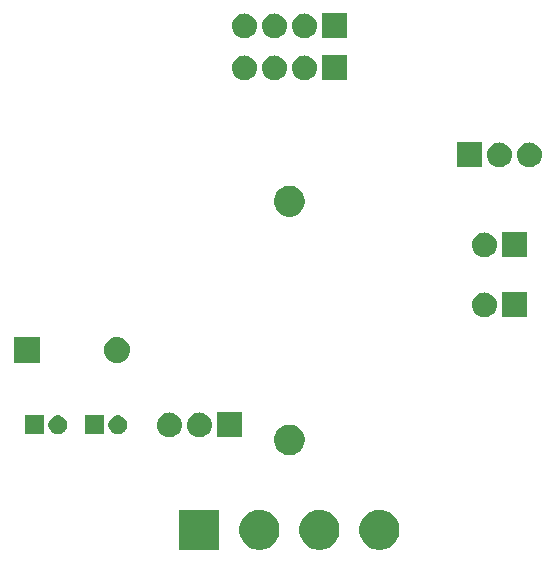
<source format=gbr>
G04 #@! TF.GenerationSoftware,KiCad,Pcbnew,(5.0.2)-1*
G04 #@! TF.CreationDate,2019-02-05T11:41:40+01:00*
G04 #@! TF.ProjectId,SensorPCB_V1.2,53656e73-6f72-4504-9342-5f56312e322e,rev?*
G04 #@! TF.SameCoordinates,Original*
G04 #@! TF.FileFunction,Soldermask,Bot*
G04 #@! TF.FilePolarity,Negative*
%FSLAX46Y46*%
G04 Gerber Fmt 4.6, Leading zero omitted, Abs format (unit mm)*
G04 Created by KiCad (PCBNEW (5.0.2)-1) date 05/02/2019 11:41:40*
%MOMM*%
%LPD*%
G01*
G04 APERTURE LIST*
%ADD10C,0.100000*%
G04 APERTURE END LIST*
D10*
G36*
X46106393Y-56763553D02*
X46215872Y-56785330D01*
X46525252Y-56913479D01*
X46803687Y-57099523D01*
X47040477Y-57336313D01*
X47226521Y-57614748D01*
X47354670Y-57924128D01*
X47420000Y-58252565D01*
X47420000Y-58587435D01*
X47354670Y-58915872D01*
X47226521Y-59225252D01*
X47040477Y-59503687D01*
X46803687Y-59740477D01*
X46525252Y-59926521D01*
X46215872Y-60054670D01*
X46106393Y-60076447D01*
X45887437Y-60120000D01*
X45552563Y-60120000D01*
X45333607Y-60076447D01*
X45224128Y-60054670D01*
X44914748Y-59926521D01*
X44636313Y-59740477D01*
X44399523Y-59503687D01*
X44213479Y-59225252D01*
X44085330Y-58915872D01*
X44020000Y-58587435D01*
X44020000Y-58252565D01*
X44085330Y-57924128D01*
X44213479Y-57614748D01*
X44399523Y-57336313D01*
X44636313Y-57099523D01*
X44914748Y-56913479D01*
X45224128Y-56785330D01*
X45333607Y-56763553D01*
X45552563Y-56720000D01*
X45887437Y-56720000D01*
X46106393Y-56763553D01*
X46106393Y-56763553D01*
G37*
G36*
X32180000Y-60120000D02*
X28780000Y-60120000D01*
X28780000Y-56720000D01*
X32180000Y-56720000D01*
X32180000Y-60120000D01*
X32180000Y-60120000D01*
G37*
G36*
X35946393Y-56763553D02*
X36055872Y-56785330D01*
X36365252Y-56913479D01*
X36643687Y-57099523D01*
X36880477Y-57336313D01*
X37066521Y-57614748D01*
X37194670Y-57924128D01*
X37260000Y-58252565D01*
X37260000Y-58587435D01*
X37194670Y-58915872D01*
X37066521Y-59225252D01*
X36880477Y-59503687D01*
X36643687Y-59740477D01*
X36365252Y-59926521D01*
X36055872Y-60054670D01*
X35946393Y-60076447D01*
X35727437Y-60120000D01*
X35392563Y-60120000D01*
X35173607Y-60076447D01*
X35064128Y-60054670D01*
X34754748Y-59926521D01*
X34476313Y-59740477D01*
X34239523Y-59503687D01*
X34053479Y-59225252D01*
X33925330Y-58915872D01*
X33860000Y-58587435D01*
X33860000Y-58252565D01*
X33925330Y-57924128D01*
X34053479Y-57614748D01*
X34239523Y-57336313D01*
X34476313Y-57099523D01*
X34754748Y-56913479D01*
X35064128Y-56785330D01*
X35173607Y-56763553D01*
X35392563Y-56720000D01*
X35727437Y-56720000D01*
X35946393Y-56763553D01*
X35946393Y-56763553D01*
G37*
G36*
X41026393Y-56763553D02*
X41135872Y-56785330D01*
X41445252Y-56913479D01*
X41723687Y-57099523D01*
X41960477Y-57336313D01*
X42146521Y-57614748D01*
X42274670Y-57924128D01*
X42340000Y-58252565D01*
X42340000Y-58587435D01*
X42274670Y-58915872D01*
X42146521Y-59225252D01*
X41960477Y-59503687D01*
X41723687Y-59740477D01*
X41445252Y-59926521D01*
X41135872Y-60054670D01*
X41026393Y-60076447D01*
X40807437Y-60120000D01*
X40472563Y-60120000D01*
X40253607Y-60076447D01*
X40144128Y-60054670D01*
X39834748Y-59926521D01*
X39556313Y-59740477D01*
X39319523Y-59503687D01*
X39133479Y-59225252D01*
X39005330Y-58915872D01*
X38940000Y-58587435D01*
X38940000Y-58252565D01*
X39005330Y-57924128D01*
X39133479Y-57614748D01*
X39319523Y-57336313D01*
X39556313Y-57099523D01*
X39834748Y-56913479D01*
X40144128Y-56785330D01*
X40253607Y-56763553D01*
X40472563Y-56720000D01*
X40807437Y-56720000D01*
X41026393Y-56763553D01*
X41026393Y-56763553D01*
G37*
G36*
X38479196Y-49549958D02*
X38715780Y-49647954D01*
X38928705Y-49790226D01*
X39109774Y-49971295D01*
X39252046Y-50184220D01*
X39350042Y-50420804D01*
X39400000Y-50671960D01*
X39400000Y-50928040D01*
X39350042Y-51179196D01*
X39252046Y-51415780D01*
X39109774Y-51628705D01*
X38928705Y-51809774D01*
X38715780Y-51952046D01*
X38479196Y-52050042D01*
X38228040Y-52100000D01*
X37971960Y-52100000D01*
X37720804Y-52050042D01*
X37484220Y-51952046D01*
X37271295Y-51809774D01*
X37090226Y-51628705D01*
X36947954Y-51415780D01*
X36849958Y-51179196D01*
X36800000Y-50928040D01*
X36800000Y-50671960D01*
X36849958Y-50420804D01*
X36947954Y-50184220D01*
X37090226Y-49971295D01*
X37271295Y-49790226D01*
X37484220Y-49647954D01*
X37720804Y-49549958D01*
X37971960Y-49500000D01*
X38228040Y-49500000D01*
X38479196Y-49549958D01*
X38479196Y-49549958D01*
G37*
G36*
X30608707Y-48487597D02*
X30685836Y-48495193D01*
X30817787Y-48535220D01*
X30883763Y-48555233D01*
X31066172Y-48652733D01*
X31226054Y-48783946D01*
X31357267Y-48943828D01*
X31454767Y-49126237D01*
X31474780Y-49192213D01*
X31514807Y-49324164D01*
X31535080Y-49530000D01*
X31514807Y-49735836D01*
X31498308Y-49790226D01*
X31454767Y-49933763D01*
X31357267Y-50116172D01*
X31226054Y-50276054D01*
X31066172Y-50407267D01*
X30883763Y-50504767D01*
X30817787Y-50524780D01*
X30685836Y-50564807D01*
X30608707Y-50572404D01*
X30531580Y-50580000D01*
X30428420Y-50580000D01*
X30351293Y-50572404D01*
X30274164Y-50564807D01*
X30142213Y-50524780D01*
X30076237Y-50504767D01*
X29893828Y-50407267D01*
X29733946Y-50276054D01*
X29602733Y-50116172D01*
X29505233Y-49933763D01*
X29461692Y-49790226D01*
X29445193Y-49735836D01*
X29424920Y-49530000D01*
X29445193Y-49324164D01*
X29485220Y-49192213D01*
X29505233Y-49126237D01*
X29602733Y-48943828D01*
X29733946Y-48783946D01*
X29893828Y-48652733D01*
X30076237Y-48555233D01*
X30142213Y-48535220D01*
X30274164Y-48495193D01*
X30351293Y-48487597D01*
X30428420Y-48480000D01*
X30531580Y-48480000D01*
X30608707Y-48487597D01*
X30608707Y-48487597D01*
G37*
G36*
X28068707Y-48487597D02*
X28145836Y-48495193D01*
X28277787Y-48535220D01*
X28343763Y-48555233D01*
X28526172Y-48652733D01*
X28686054Y-48783946D01*
X28817267Y-48943828D01*
X28914767Y-49126237D01*
X28934780Y-49192213D01*
X28974807Y-49324164D01*
X28995080Y-49530000D01*
X28974807Y-49735836D01*
X28958308Y-49790226D01*
X28914767Y-49933763D01*
X28817267Y-50116172D01*
X28686054Y-50276054D01*
X28526172Y-50407267D01*
X28343763Y-50504767D01*
X28277787Y-50524780D01*
X28145836Y-50564807D01*
X28068707Y-50572404D01*
X27991580Y-50580000D01*
X27888420Y-50580000D01*
X27811293Y-50572404D01*
X27734164Y-50564807D01*
X27602213Y-50524780D01*
X27536237Y-50504767D01*
X27353828Y-50407267D01*
X27193946Y-50276054D01*
X27062733Y-50116172D01*
X26965233Y-49933763D01*
X26921692Y-49790226D01*
X26905193Y-49735836D01*
X26884920Y-49530000D01*
X26905193Y-49324164D01*
X26945220Y-49192213D01*
X26965233Y-49126237D01*
X27062733Y-48943828D01*
X27193946Y-48783946D01*
X27353828Y-48652733D01*
X27536237Y-48555233D01*
X27602213Y-48535220D01*
X27734164Y-48495193D01*
X27811293Y-48487597D01*
X27888420Y-48480000D01*
X27991580Y-48480000D01*
X28068707Y-48487597D01*
X28068707Y-48487597D01*
G37*
G36*
X34070000Y-50580000D02*
X31970000Y-50580000D01*
X31970000Y-48480000D01*
X34070000Y-48480000D01*
X34070000Y-50580000D01*
X34070000Y-50580000D01*
G37*
G36*
X18743352Y-48760743D02*
X18888941Y-48821048D01*
X19019973Y-48908601D01*
X19131399Y-49020027D01*
X19218952Y-49151059D01*
X19279257Y-49296648D01*
X19310000Y-49451205D01*
X19310000Y-49608795D01*
X19279257Y-49763352D01*
X19218952Y-49908941D01*
X19131399Y-50039973D01*
X19019973Y-50151399D01*
X18888941Y-50238952D01*
X18743352Y-50299257D01*
X18588795Y-50330000D01*
X18431205Y-50330000D01*
X18276648Y-50299257D01*
X18131059Y-50238952D01*
X18000027Y-50151399D01*
X17888601Y-50039973D01*
X17801048Y-49908941D01*
X17740743Y-49763352D01*
X17710000Y-49608795D01*
X17710000Y-49451205D01*
X17740743Y-49296648D01*
X17801048Y-49151059D01*
X17888601Y-49020027D01*
X18000027Y-48908601D01*
X18131059Y-48821048D01*
X18276648Y-48760743D01*
X18431205Y-48730000D01*
X18588795Y-48730000D01*
X18743352Y-48760743D01*
X18743352Y-48760743D01*
G37*
G36*
X17310000Y-50330000D02*
X15710000Y-50330000D01*
X15710000Y-48730000D01*
X17310000Y-48730000D01*
X17310000Y-50330000D01*
X17310000Y-50330000D01*
G37*
G36*
X23823352Y-48760743D02*
X23968941Y-48821048D01*
X24099973Y-48908601D01*
X24211399Y-49020027D01*
X24298952Y-49151059D01*
X24359257Y-49296648D01*
X24390000Y-49451205D01*
X24390000Y-49608795D01*
X24359257Y-49763352D01*
X24298952Y-49908941D01*
X24211399Y-50039973D01*
X24099973Y-50151399D01*
X23968941Y-50238952D01*
X23823352Y-50299257D01*
X23668795Y-50330000D01*
X23511205Y-50330000D01*
X23356648Y-50299257D01*
X23211059Y-50238952D01*
X23080027Y-50151399D01*
X22968601Y-50039973D01*
X22881048Y-49908941D01*
X22820743Y-49763352D01*
X22790000Y-49608795D01*
X22790000Y-49451205D01*
X22820743Y-49296648D01*
X22881048Y-49151059D01*
X22968601Y-49020027D01*
X23080027Y-48908601D01*
X23211059Y-48821048D01*
X23356648Y-48760743D01*
X23511205Y-48730000D01*
X23668795Y-48730000D01*
X23823352Y-48760743D01*
X23823352Y-48760743D01*
G37*
G36*
X22390000Y-50330000D02*
X20790000Y-50330000D01*
X20790000Y-48730000D01*
X22390000Y-48730000D01*
X22390000Y-50330000D01*
X22390000Y-50330000D01*
G37*
G36*
X23710639Y-42095916D02*
X23917986Y-42158815D01*
X23917988Y-42158816D01*
X24109084Y-42260958D01*
X24276581Y-42398419D01*
X24414042Y-42565916D01*
X24516184Y-42757012D01*
X24579084Y-42964362D01*
X24600322Y-43180000D01*
X24579084Y-43395638D01*
X24516184Y-43602988D01*
X24414042Y-43794084D01*
X24276581Y-43961581D01*
X24109084Y-44099042D01*
X23917988Y-44201184D01*
X23917986Y-44201185D01*
X23710639Y-44264084D01*
X23549038Y-44280000D01*
X23440962Y-44280000D01*
X23279361Y-44264084D01*
X23072014Y-44201185D01*
X23072012Y-44201184D01*
X22880916Y-44099042D01*
X22713419Y-43961581D01*
X22575958Y-43794084D01*
X22473816Y-43602988D01*
X22410916Y-43395638D01*
X22389678Y-43180000D01*
X22410916Y-42964362D01*
X22473816Y-42757012D01*
X22575958Y-42565916D01*
X22713419Y-42398419D01*
X22880916Y-42260958D01*
X23072012Y-42158816D01*
X23072014Y-42158815D01*
X23279361Y-42095916D01*
X23440962Y-42080000D01*
X23549038Y-42080000D01*
X23710639Y-42095916D01*
X23710639Y-42095916D01*
G37*
G36*
X16975000Y-44280000D02*
X14775000Y-44280000D01*
X14775000Y-42080000D01*
X16975000Y-42080000D01*
X16975000Y-44280000D01*
X16975000Y-44280000D01*
G37*
G36*
X58200000Y-40420000D02*
X56100000Y-40420000D01*
X56100000Y-38320000D01*
X58200000Y-38320000D01*
X58200000Y-40420000D01*
X58200000Y-40420000D01*
G37*
G36*
X54738707Y-38327597D02*
X54815836Y-38335193D01*
X54947787Y-38375220D01*
X55013763Y-38395233D01*
X55196172Y-38492733D01*
X55356054Y-38623946D01*
X55487267Y-38783828D01*
X55584767Y-38966237D01*
X55584767Y-38966238D01*
X55644807Y-39164164D01*
X55665080Y-39370000D01*
X55644807Y-39575836D01*
X55604780Y-39707787D01*
X55584767Y-39773763D01*
X55487267Y-39956172D01*
X55356054Y-40116054D01*
X55196172Y-40247267D01*
X55013763Y-40344767D01*
X54947787Y-40364780D01*
X54815836Y-40404807D01*
X54738707Y-40412404D01*
X54661580Y-40420000D01*
X54558420Y-40420000D01*
X54481293Y-40412404D01*
X54404164Y-40404807D01*
X54272213Y-40364780D01*
X54206237Y-40344767D01*
X54023828Y-40247267D01*
X53863946Y-40116054D01*
X53732733Y-39956172D01*
X53635233Y-39773763D01*
X53615220Y-39707787D01*
X53575193Y-39575836D01*
X53554920Y-39370000D01*
X53575193Y-39164164D01*
X53635233Y-38966238D01*
X53635233Y-38966237D01*
X53732733Y-38783828D01*
X53863946Y-38623946D01*
X54023828Y-38492733D01*
X54206237Y-38395233D01*
X54272213Y-38375220D01*
X54404164Y-38335193D01*
X54481293Y-38327597D01*
X54558420Y-38320000D01*
X54661580Y-38320000D01*
X54738707Y-38327597D01*
X54738707Y-38327597D01*
G37*
G36*
X58200000Y-35340000D02*
X56100000Y-35340000D01*
X56100000Y-33240000D01*
X58200000Y-33240000D01*
X58200000Y-35340000D01*
X58200000Y-35340000D01*
G37*
G36*
X54738707Y-33247597D02*
X54815836Y-33255193D01*
X54947787Y-33295220D01*
X55013763Y-33315233D01*
X55196172Y-33412733D01*
X55356054Y-33543946D01*
X55487267Y-33703828D01*
X55584767Y-33886237D01*
X55584767Y-33886238D01*
X55644807Y-34084164D01*
X55665080Y-34290000D01*
X55644807Y-34495836D01*
X55604780Y-34627787D01*
X55584767Y-34693763D01*
X55487267Y-34876172D01*
X55356054Y-35036054D01*
X55196172Y-35167267D01*
X55013763Y-35264767D01*
X54947787Y-35284780D01*
X54815836Y-35324807D01*
X54738707Y-35332403D01*
X54661580Y-35340000D01*
X54558420Y-35340000D01*
X54481293Y-35332403D01*
X54404164Y-35324807D01*
X54272213Y-35284780D01*
X54206237Y-35264767D01*
X54023828Y-35167267D01*
X53863946Y-35036054D01*
X53732733Y-34876172D01*
X53635233Y-34693763D01*
X53615220Y-34627787D01*
X53575193Y-34495836D01*
X53554920Y-34290000D01*
X53575193Y-34084164D01*
X53635233Y-33886238D01*
X53635233Y-33886237D01*
X53732733Y-33703828D01*
X53863946Y-33543946D01*
X54023828Y-33412733D01*
X54206237Y-33315233D01*
X54272213Y-33295220D01*
X54404164Y-33255193D01*
X54481293Y-33247597D01*
X54558420Y-33240000D01*
X54661580Y-33240000D01*
X54738707Y-33247597D01*
X54738707Y-33247597D01*
G37*
G36*
X38479196Y-29337958D02*
X38715780Y-29435954D01*
X38928705Y-29578226D01*
X39109774Y-29759295D01*
X39252046Y-29972220D01*
X39350042Y-30208804D01*
X39400000Y-30459960D01*
X39400000Y-30716040D01*
X39350042Y-30967196D01*
X39252046Y-31203780D01*
X39109774Y-31416705D01*
X38928705Y-31597774D01*
X38715780Y-31740046D01*
X38479196Y-31838042D01*
X38228040Y-31888000D01*
X37971960Y-31888000D01*
X37720804Y-31838042D01*
X37484220Y-31740046D01*
X37271295Y-31597774D01*
X37090226Y-31416705D01*
X36947954Y-31203780D01*
X36849958Y-30967196D01*
X36800000Y-30716040D01*
X36800000Y-30459960D01*
X36849958Y-30208804D01*
X36947954Y-29972220D01*
X37090226Y-29759295D01*
X37271295Y-29578226D01*
X37484220Y-29435954D01*
X37720804Y-29337958D01*
X37971960Y-29288000D01*
X38228040Y-29288000D01*
X38479196Y-29337958D01*
X38479196Y-29337958D01*
G37*
G36*
X58548707Y-25627597D02*
X58625836Y-25635193D01*
X58757787Y-25675220D01*
X58823763Y-25695233D01*
X59006172Y-25792733D01*
X59166054Y-25923946D01*
X59297267Y-26083828D01*
X59394767Y-26266237D01*
X59394767Y-26266238D01*
X59454807Y-26464164D01*
X59475080Y-26670000D01*
X59454807Y-26875836D01*
X59414780Y-27007787D01*
X59394767Y-27073763D01*
X59297267Y-27256172D01*
X59166054Y-27416054D01*
X59006172Y-27547267D01*
X58823763Y-27644767D01*
X58757787Y-27664780D01*
X58625836Y-27704807D01*
X58548707Y-27712404D01*
X58471580Y-27720000D01*
X58368420Y-27720000D01*
X58291293Y-27712404D01*
X58214164Y-27704807D01*
X58082213Y-27664780D01*
X58016237Y-27644767D01*
X57833828Y-27547267D01*
X57673946Y-27416054D01*
X57542733Y-27256172D01*
X57445233Y-27073763D01*
X57425220Y-27007787D01*
X57385193Y-26875836D01*
X57364920Y-26670000D01*
X57385193Y-26464164D01*
X57445233Y-26266238D01*
X57445233Y-26266237D01*
X57542733Y-26083828D01*
X57673946Y-25923946D01*
X57833828Y-25792733D01*
X58016237Y-25695233D01*
X58082213Y-25675220D01*
X58214164Y-25635193D01*
X58291293Y-25627596D01*
X58368420Y-25620000D01*
X58471580Y-25620000D01*
X58548707Y-25627597D01*
X58548707Y-25627597D01*
G37*
G36*
X56008707Y-25627597D02*
X56085836Y-25635193D01*
X56217787Y-25675220D01*
X56283763Y-25695233D01*
X56466172Y-25792733D01*
X56626054Y-25923946D01*
X56757267Y-26083828D01*
X56854767Y-26266237D01*
X56854767Y-26266238D01*
X56914807Y-26464164D01*
X56935080Y-26670000D01*
X56914807Y-26875836D01*
X56874780Y-27007787D01*
X56854767Y-27073763D01*
X56757267Y-27256172D01*
X56626054Y-27416054D01*
X56466172Y-27547267D01*
X56283763Y-27644767D01*
X56217787Y-27664780D01*
X56085836Y-27704807D01*
X56008707Y-27712404D01*
X55931580Y-27720000D01*
X55828420Y-27720000D01*
X55751293Y-27712404D01*
X55674164Y-27704807D01*
X55542213Y-27664780D01*
X55476237Y-27644767D01*
X55293828Y-27547267D01*
X55133946Y-27416054D01*
X55002733Y-27256172D01*
X54905233Y-27073763D01*
X54885220Y-27007787D01*
X54845193Y-26875836D01*
X54824920Y-26670000D01*
X54845193Y-26464164D01*
X54905233Y-26266238D01*
X54905233Y-26266237D01*
X55002733Y-26083828D01*
X55133946Y-25923946D01*
X55293828Y-25792733D01*
X55476237Y-25695233D01*
X55542213Y-25675220D01*
X55674164Y-25635193D01*
X55751293Y-25627596D01*
X55828420Y-25620000D01*
X55931580Y-25620000D01*
X56008707Y-25627597D01*
X56008707Y-25627597D01*
G37*
G36*
X54390000Y-27720000D02*
X52290000Y-27720000D01*
X52290000Y-25620000D01*
X54390000Y-25620000D01*
X54390000Y-27720000D01*
X54390000Y-27720000D01*
G37*
G36*
X42960000Y-20354000D02*
X40860000Y-20354000D01*
X40860000Y-18254000D01*
X42960000Y-18254000D01*
X42960000Y-20354000D01*
X42960000Y-20354000D01*
G37*
G36*
X34418707Y-18261597D02*
X34495836Y-18269193D01*
X34627787Y-18309220D01*
X34693763Y-18329233D01*
X34876172Y-18426733D01*
X35036054Y-18557946D01*
X35167267Y-18717828D01*
X35264767Y-18900237D01*
X35264767Y-18900238D01*
X35324807Y-19098164D01*
X35345080Y-19304000D01*
X35324807Y-19509836D01*
X35284780Y-19641787D01*
X35264767Y-19707763D01*
X35167267Y-19890172D01*
X35036054Y-20050054D01*
X34876172Y-20181267D01*
X34693763Y-20278767D01*
X34627787Y-20298780D01*
X34495836Y-20338807D01*
X34418707Y-20346404D01*
X34341580Y-20354000D01*
X34238420Y-20354000D01*
X34161293Y-20346404D01*
X34084164Y-20338807D01*
X33952213Y-20298780D01*
X33886237Y-20278767D01*
X33703828Y-20181267D01*
X33543946Y-20050054D01*
X33412733Y-19890172D01*
X33315233Y-19707763D01*
X33295220Y-19641787D01*
X33255193Y-19509836D01*
X33234920Y-19304000D01*
X33255193Y-19098164D01*
X33315233Y-18900238D01*
X33315233Y-18900237D01*
X33412733Y-18717828D01*
X33543946Y-18557946D01*
X33703828Y-18426733D01*
X33886237Y-18329233D01*
X33952213Y-18309220D01*
X34084164Y-18269193D01*
X34161293Y-18261597D01*
X34238420Y-18254000D01*
X34341580Y-18254000D01*
X34418707Y-18261597D01*
X34418707Y-18261597D01*
G37*
G36*
X36958707Y-18261597D02*
X37035836Y-18269193D01*
X37167787Y-18309220D01*
X37233763Y-18329233D01*
X37416172Y-18426733D01*
X37576054Y-18557946D01*
X37707267Y-18717828D01*
X37804767Y-18900237D01*
X37804767Y-18900238D01*
X37864807Y-19098164D01*
X37885080Y-19304000D01*
X37864807Y-19509836D01*
X37824780Y-19641787D01*
X37804767Y-19707763D01*
X37707267Y-19890172D01*
X37576054Y-20050054D01*
X37416172Y-20181267D01*
X37233763Y-20278767D01*
X37167787Y-20298780D01*
X37035836Y-20338807D01*
X36958707Y-20346404D01*
X36881580Y-20354000D01*
X36778420Y-20354000D01*
X36701293Y-20346404D01*
X36624164Y-20338807D01*
X36492213Y-20298780D01*
X36426237Y-20278767D01*
X36243828Y-20181267D01*
X36083946Y-20050054D01*
X35952733Y-19890172D01*
X35855233Y-19707763D01*
X35835220Y-19641787D01*
X35795193Y-19509836D01*
X35774920Y-19304000D01*
X35795193Y-19098164D01*
X35855233Y-18900238D01*
X35855233Y-18900237D01*
X35952733Y-18717828D01*
X36083946Y-18557946D01*
X36243828Y-18426733D01*
X36426237Y-18329233D01*
X36492213Y-18309220D01*
X36624164Y-18269193D01*
X36701293Y-18261597D01*
X36778420Y-18254000D01*
X36881580Y-18254000D01*
X36958707Y-18261597D01*
X36958707Y-18261597D01*
G37*
G36*
X39498707Y-18261597D02*
X39575836Y-18269193D01*
X39707787Y-18309220D01*
X39773763Y-18329233D01*
X39956172Y-18426733D01*
X40116054Y-18557946D01*
X40247267Y-18717828D01*
X40344767Y-18900237D01*
X40344767Y-18900238D01*
X40404807Y-19098164D01*
X40425080Y-19304000D01*
X40404807Y-19509836D01*
X40364780Y-19641787D01*
X40344767Y-19707763D01*
X40247267Y-19890172D01*
X40116054Y-20050054D01*
X39956172Y-20181267D01*
X39773763Y-20278767D01*
X39707787Y-20298780D01*
X39575836Y-20338807D01*
X39498707Y-20346404D01*
X39421580Y-20354000D01*
X39318420Y-20354000D01*
X39241293Y-20346404D01*
X39164164Y-20338807D01*
X39032213Y-20298780D01*
X38966237Y-20278767D01*
X38783828Y-20181267D01*
X38623946Y-20050054D01*
X38492733Y-19890172D01*
X38395233Y-19707763D01*
X38375220Y-19641787D01*
X38335193Y-19509836D01*
X38314920Y-19304000D01*
X38335193Y-19098164D01*
X38395233Y-18900238D01*
X38395233Y-18900237D01*
X38492733Y-18717828D01*
X38623946Y-18557946D01*
X38783828Y-18426733D01*
X38966237Y-18329233D01*
X39032213Y-18309220D01*
X39164164Y-18269193D01*
X39241293Y-18261597D01*
X39318420Y-18254000D01*
X39421580Y-18254000D01*
X39498707Y-18261597D01*
X39498707Y-18261597D01*
G37*
G36*
X34418707Y-14705596D02*
X34495836Y-14713193D01*
X34627787Y-14753220D01*
X34693763Y-14773233D01*
X34876172Y-14870733D01*
X35036054Y-15001946D01*
X35167267Y-15161828D01*
X35264767Y-15344237D01*
X35264767Y-15344238D01*
X35324807Y-15542164D01*
X35345080Y-15748000D01*
X35324807Y-15953836D01*
X35284780Y-16085787D01*
X35264767Y-16151763D01*
X35167267Y-16334172D01*
X35036054Y-16494054D01*
X34876172Y-16625267D01*
X34693763Y-16722767D01*
X34627787Y-16742780D01*
X34495836Y-16782807D01*
X34418707Y-16790404D01*
X34341580Y-16798000D01*
X34238420Y-16798000D01*
X34161293Y-16790404D01*
X34084164Y-16782807D01*
X33952213Y-16742780D01*
X33886237Y-16722767D01*
X33703828Y-16625267D01*
X33543946Y-16494054D01*
X33412733Y-16334172D01*
X33315233Y-16151763D01*
X33295220Y-16085787D01*
X33255193Y-15953836D01*
X33234920Y-15748000D01*
X33255193Y-15542164D01*
X33315233Y-15344238D01*
X33315233Y-15344237D01*
X33412733Y-15161828D01*
X33543946Y-15001946D01*
X33703828Y-14870733D01*
X33886237Y-14773233D01*
X33952213Y-14753220D01*
X34084164Y-14713193D01*
X34161293Y-14705596D01*
X34238420Y-14698000D01*
X34341580Y-14698000D01*
X34418707Y-14705596D01*
X34418707Y-14705596D01*
G37*
G36*
X36958707Y-14705596D02*
X37035836Y-14713193D01*
X37167787Y-14753220D01*
X37233763Y-14773233D01*
X37416172Y-14870733D01*
X37576054Y-15001946D01*
X37707267Y-15161828D01*
X37804767Y-15344237D01*
X37804767Y-15344238D01*
X37864807Y-15542164D01*
X37885080Y-15748000D01*
X37864807Y-15953836D01*
X37824780Y-16085787D01*
X37804767Y-16151763D01*
X37707267Y-16334172D01*
X37576054Y-16494054D01*
X37416172Y-16625267D01*
X37233763Y-16722767D01*
X37167787Y-16742780D01*
X37035836Y-16782807D01*
X36958707Y-16790404D01*
X36881580Y-16798000D01*
X36778420Y-16798000D01*
X36701293Y-16790404D01*
X36624164Y-16782807D01*
X36492213Y-16742780D01*
X36426237Y-16722767D01*
X36243828Y-16625267D01*
X36083946Y-16494054D01*
X35952733Y-16334172D01*
X35855233Y-16151763D01*
X35835220Y-16085787D01*
X35795193Y-15953836D01*
X35774920Y-15748000D01*
X35795193Y-15542164D01*
X35855233Y-15344238D01*
X35855233Y-15344237D01*
X35952733Y-15161828D01*
X36083946Y-15001946D01*
X36243828Y-14870733D01*
X36426237Y-14773233D01*
X36492213Y-14753220D01*
X36624164Y-14713193D01*
X36701293Y-14705596D01*
X36778420Y-14698000D01*
X36881580Y-14698000D01*
X36958707Y-14705596D01*
X36958707Y-14705596D01*
G37*
G36*
X39498707Y-14705596D02*
X39575836Y-14713193D01*
X39707787Y-14753220D01*
X39773763Y-14773233D01*
X39956172Y-14870733D01*
X40116054Y-15001946D01*
X40247267Y-15161828D01*
X40344767Y-15344237D01*
X40344767Y-15344238D01*
X40404807Y-15542164D01*
X40425080Y-15748000D01*
X40404807Y-15953836D01*
X40364780Y-16085787D01*
X40344767Y-16151763D01*
X40247267Y-16334172D01*
X40116054Y-16494054D01*
X39956172Y-16625267D01*
X39773763Y-16722767D01*
X39707787Y-16742780D01*
X39575836Y-16782807D01*
X39498707Y-16790404D01*
X39421580Y-16798000D01*
X39318420Y-16798000D01*
X39241293Y-16790404D01*
X39164164Y-16782807D01*
X39032213Y-16742780D01*
X38966237Y-16722767D01*
X38783828Y-16625267D01*
X38623946Y-16494054D01*
X38492733Y-16334172D01*
X38395233Y-16151763D01*
X38375220Y-16085787D01*
X38335193Y-15953836D01*
X38314920Y-15748000D01*
X38335193Y-15542164D01*
X38395233Y-15344238D01*
X38395233Y-15344237D01*
X38492733Y-15161828D01*
X38623946Y-15001946D01*
X38783828Y-14870733D01*
X38966237Y-14773233D01*
X39032213Y-14753220D01*
X39164164Y-14713193D01*
X39241293Y-14705596D01*
X39318420Y-14698000D01*
X39421580Y-14698000D01*
X39498707Y-14705596D01*
X39498707Y-14705596D01*
G37*
G36*
X42960000Y-16798000D02*
X40860000Y-16798000D01*
X40860000Y-14698000D01*
X42960000Y-14698000D01*
X42960000Y-16798000D01*
X42960000Y-16798000D01*
G37*
M02*

</source>
